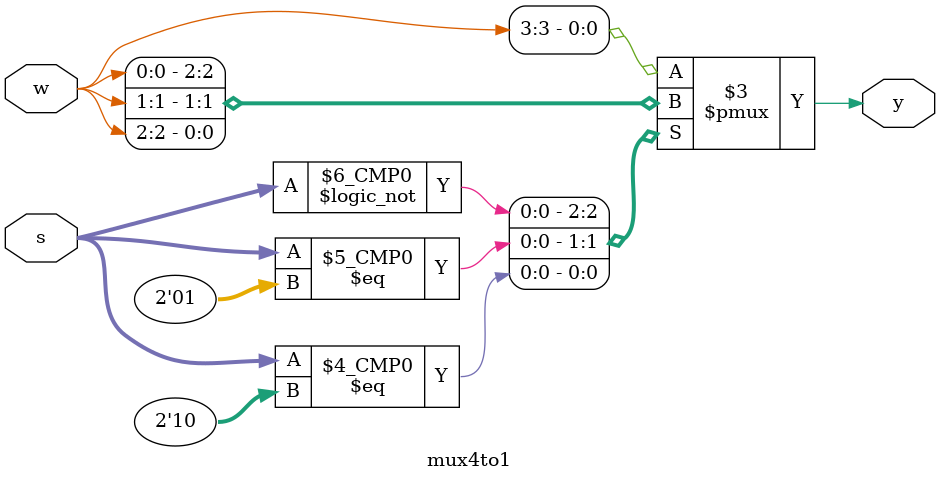
<source format=v>
module mux4to1(
input wire [3:0] w, 
input wire [1:0] s, 
output reg y);

always @(w,s)
case(s)
0: y = w[0];
1: y = w[1];
2: y = w[2];
default: y = w[3];
endcase
endmodule

</source>
